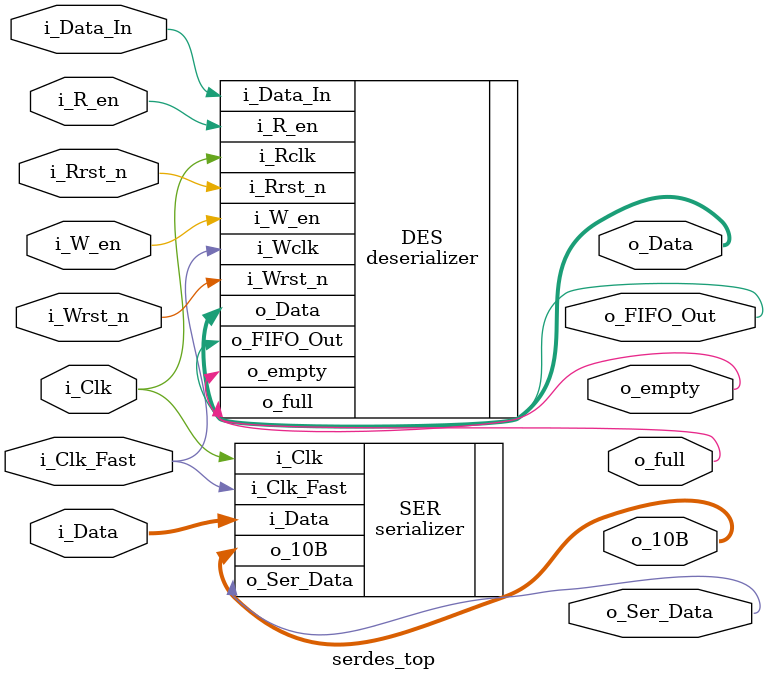
<source format=sv>
`timescale 1ns / 1ps

`include "serializer.sv"
`include "deserializer.sv"

module serdes_top(
       input i_Clk,
       input i_Clk_Fast,
       input [7:0] i_Data,
       output o_Ser_Data,
       output reg [9:0] o_10B,
       
       input i_Wrst_n, i_W_en,
       input i_Rrst_n, i_R_en,
       input i_Data_In,
       output reg [7:0] o_Data,
       output reg o_FIFO_Out,
       output reg o_full, o_empty
       );
        
    serializer SER (
        .i_Clk(i_Clk),
        .i_Clk_Fast(i_Clk_Fast),
        .i_Data(i_Data),
        .o_Ser_Data(o_Ser_Data),
        .o_10B(o_10B)
        );
  
    deserializer DES (
        .i_Wclk(i_Clk_Fast),    
        .i_Wrst_n(i_Wrst_n), 
        .i_W_en(i_W_en), 
        .i_Rclk(i_Clk), 
        .i_Rrst_n(i_Rrst_n), 
        .i_R_en(i_R_en), 
        .i_Data_In(i_Data_In), 
        .o_Data(o_Data),
        .o_FIFO_Out(o_FIFO_Out),
        .o_full(o_full), 
        .o_empty(o_empty));
        
endmodule

</source>
